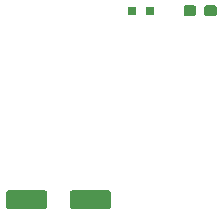
<source format=gbr>
G04 #@! TF.GenerationSoftware,KiCad,Pcbnew,5.0.2+dfsg1-1*
G04 #@! TF.CreationDate,2021-07-01T00:07:39-05:00*
G04 #@! TF.ProjectId,backplane,6261636b-706c-4616-9e65-2e6b69636164,rev?*
G04 #@! TF.SameCoordinates,Original*
G04 #@! TF.FileFunction,Paste,Bot*
G04 #@! TF.FilePolarity,Positive*
%FSLAX46Y46*%
G04 Gerber Fmt 4.6, Leading zero omitted, Abs format (unit mm)*
G04 Created by KiCad (PCBNEW 5.0.2+dfsg1-1) date Thu 01 Jul 2021 12:07:39 AM CDT*
%MOMM*%
%LPD*%
G01*
G04 APERTURE LIST*
%ADD10R,0.800000X0.800000*%
%ADD11C,0.100000*%
%ADD12C,0.950000*%
%ADD13C,1.600000*%
G04 APERTURE END LIST*
D10*
G04 #@! TO.C,D1*
X126750000Y-54000000D03*
X125250000Y-54000000D03*
G04 #@! TD*
D11*
G04 #@! TO.C,R1*
G36*
X130435779Y-53526144D02*
X130458834Y-53529563D01*
X130481443Y-53535227D01*
X130503387Y-53543079D01*
X130524457Y-53553044D01*
X130544448Y-53565026D01*
X130563168Y-53578910D01*
X130580438Y-53594562D01*
X130596090Y-53611832D01*
X130609974Y-53630552D01*
X130621956Y-53650543D01*
X130631921Y-53671613D01*
X130639773Y-53693557D01*
X130645437Y-53716166D01*
X130648856Y-53739221D01*
X130650000Y-53762500D01*
X130650000Y-54237500D01*
X130648856Y-54260779D01*
X130645437Y-54283834D01*
X130639773Y-54306443D01*
X130631921Y-54328387D01*
X130621956Y-54349457D01*
X130609974Y-54369448D01*
X130596090Y-54388168D01*
X130580438Y-54405438D01*
X130563168Y-54421090D01*
X130544448Y-54434974D01*
X130524457Y-54446956D01*
X130503387Y-54456921D01*
X130481443Y-54464773D01*
X130458834Y-54470437D01*
X130435779Y-54473856D01*
X130412500Y-54475000D01*
X129837500Y-54475000D01*
X129814221Y-54473856D01*
X129791166Y-54470437D01*
X129768557Y-54464773D01*
X129746613Y-54456921D01*
X129725543Y-54446956D01*
X129705552Y-54434974D01*
X129686832Y-54421090D01*
X129669562Y-54405438D01*
X129653910Y-54388168D01*
X129640026Y-54369448D01*
X129628044Y-54349457D01*
X129618079Y-54328387D01*
X129610227Y-54306443D01*
X129604563Y-54283834D01*
X129601144Y-54260779D01*
X129600000Y-54237500D01*
X129600000Y-53762500D01*
X129601144Y-53739221D01*
X129604563Y-53716166D01*
X129610227Y-53693557D01*
X129618079Y-53671613D01*
X129628044Y-53650543D01*
X129640026Y-53630552D01*
X129653910Y-53611832D01*
X129669562Y-53594562D01*
X129686832Y-53578910D01*
X129705552Y-53565026D01*
X129725543Y-53553044D01*
X129746613Y-53543079D01*
X129768557Y-53535227D01*
X129791166Y-53529563D01*
X129814221Y-53526144D01*
X129837500Y-53525000D01*
X130412500Y-53525000D01*
X130435779Y-53526144D01*
X130435779Y-53526144D01*
G37*
D12*
X130125000Y-54000000D03*
D11*
G36*
X132185779Y-53526144D02*
X132208834Y-53529563D01*
X132231443Y-53535227D01*
X132253387Y-53543079D01*
X132274457Y-53553044D01*
X132294448Y-53565026D01*
X132313168Y-53578910D01*
X132330438Y-53594562D01*
X132346090Y-53611832D01*
X132359974Y-53630552D01*
X132371956Y-53650543D01*
X132381921Y-53671613D01*
X132389773Y-53693557D01*
X132395437Y-53716166D01*
X132398856Y-53739221D01*
X132400000Y-53762500D01*
X132400000Y-54237500D01*
X132398856Y-54260779D01*
X132395437Y-54283834D01*
X132389773Y-54306443D01*
X132381921Y-54328387D01*
X132371956Y-54349457D01*
X132359974Y-54369448D01*
X132346090Y-54388168D01*
X132330438Y-54405438D01*
X132313168Y-54421090D01*
X132294448Y-54434974D01*
X132274457Y-54446956D01*
X132253387Y-54456921D01*
X132231443Y-54464773D01*
X132208834Y-54470437D01*
X132185779Y-54473856D01*
X132162500Y-54475000D01*
X131587500Y-54475000D01*
X131564221Y-54473856D01*
X131541166Y-54470437D01*
X131518557Y-54464773D01*
X131496613Y-54456921D01*
X131475543Y-54446956D01*
X131455552Y-54434974D01*
X131436832Y-54421090D01*
X131419562Y-54405438D01*
X131403910Y-54388168D01*
X131390026Y-54369448D01*
X131378044Y-54349457D01*
X131368079Y-54328387D01*
X131360227Y-54306443D01*
X131354563Y-54283834D01*
X131351144Y-54260779D01*
X131350000Y-54237500D01*
X131350000Y-53762500D01*
X131351144Y-53739221D01*
X131354563Y-53716166D01*
X131360227Y-53693557D01*
X131368079Y-53671613D01*
X131378044Y-53650543D01*
X131390026Y-53630552D01*
X131403910Y-53611832D01*
X131419562Y-53594562D01*
X131436832Y-53578910D01*
X131455552Y-53565026D01*
X131475543Y-53553044D01*
X131496613Y-53543079D01*
X131518557Y-53535227D01*
X131541166Y-53529563D01*
X131564221Y-53526144D01*
X131587500Y-53525000D01*
X132162500Y-53525000D01*
X132185779Y-53526144D01*
X132185779Y-53526144D01*
G37*
D12*
X131875000Y-54000000D03*
G04 #@! TD*
D11*
G04 #@! TO.C,C1*
G36*
X123224504Y-69201204D02*
X123248773Y-69204804D01*
X123272571Y-69210765D01*
X123295671Y-69219030D01*
X123317849Y-69229520D01*
X123338893Y-69242133D01*
X123358598Y-69256747D01*
X123376777Y-69273223D01*
X123393253Y-69291402D01*
X123407867Y-69311107D01*
X123420480Y-69332151D01*
X123430970Y-69354329D01*
X123439235Y-69377429D01*
X123445196Y-69401227D01*
X123448796Y-69425496D01*
X123450000Y-69450000D01*
X123450000Y-70550000D01*
X123448796Y-70574504D01*
X123445196Y-70598773D01*
X123439235Y-70622571D01*
X123430970Y-70645671D01*
X123420480Y-70667849D01*
X123407867Y-70688893D01*
X123393253Y-70708598D01*
X123376777Y-70726777D01*
X123358598Y-70743253D01*
X123338893Y-70757867D01*
X123317849Y-70770480D01*
X123295671Y-70780970D01*
X123272571Y-70789235D01*
X123248773Y-70795196D01*
X123224504Y-70798796D01*
X123200000Y-70800000D01*
X120200000Y-70800000D01*
X120175496Y-70798796D01*
X120151227Y-70795196D01*
X120127429Y-70789235D01*
X120104329Y-70780970D01*
X120082151Y-70770480D01*
X120061107Y-70757867D01*
X120041402Y-70743253D01*
X120023223Y-70726777D01*
X120006747Y-70708598D01*
X119992133Y-70688893D01*
X119979520Y-70667849D01*
X119969030Y-70645671D01*
X119960765Y-70622571D01*
X119954804Y-70598773D01*
X119951204Y-70574504D01*
X119950000Y-70550000D01*
X119950000Y-69450000D01*
X119951204Y-69425496D01*
X119954804Y-69401227D01*
X119960765Y-69377429D01*
X119969030Y-69354329D01*
X119979520Y-69332151D01*
X119992133Y-69311107D01*
X120006747Y-69291402D01*
X120023223Y-69273223D01*
X120041402Y-69256747D01*
X120061107Y-69242133D01*
X120082151Y-69229520D01*
X120104329Y-69219030D01*
X120127429Y-69210765D01*
X120151227Y-69204804D01*
X120175496Y-69201204D01*
X120200000Y-69200000D01*
X123200000Y-69200000D01*
X123224504Y-69201204D01*
X123224504Y-69201204D01*
G37*
D13*
X121700000Y-70000000D03*
D11*
G36*
X117824504Y-69201204D02*
X117848773Y-69204804D01*
X117872571Y-69210765D01*
X117895671Y-69219030D01*
X117917849Y-69229520D01*
X117938893Y-69242133D01*
X117958598Y-69256747D01*
X117976777Y-69273223D01*
X117993253Y-69291402D01*
X118007867Y-69311107D01*
X118020480Y-69332151D01*
X118030970Y-69354329D01*
X118039235Y-69377429D01*
X118045196Y-69401227D01*
X118048796Y-69425496D01*
X118050000Y-69450000D01*
X118050000Y-70550000D01*
X118048796Y-70574504D01*
X118045196Y-70598773D01*
X118039235Y-70622571D01*
X118030970Y-70645671D01*
X118020480Y-70667849D01*
X118007867Y-70688893D01*
X117993253Y-70708598D01*
X117976777Y-70726777D01*
X117958598Y-70743253D01*
X117938893Y-70757867D01*
X117917849Y-70770480D01*
X117895671Y-70780970D01*
X117872571Y-70789235D01*
X117848773Y-70795196D01*
X117824504Y-70798796D01*
X117800000Y-70800000D01*
X114800000Y-70800000D01*
X114775496Y-70798796D01*
X114751227Y-70795196D01*
X114727429Y-70789235D01*
X114704329Y-70780970D01*
X114682151Y-70770480D01*
X114661107Y-70757867D01*
X114641402Y-70743253D01*
X114623223Y-70726777D01*
X114606747Y-70708598D01*
X114592133Y-70688893D01*
X114579520Y-70667849D01*
X114569030Y-70645671D01*
X114560765Y-70622571D01*
X114554804Y-70598773D01*
X114551204Y-70574504D01*
X114550000Y-70550000D01*
X114550000Y-69450000D01*
X114551204Y-69425496D01*
X114554804Y-69401227D01*
X114560765Y-69377429D01*
X114569030Y-69354329D01*
X114579520Y-69332151D01*
X114592133Y-69311107D01*
X114606747Y-69291402D01*
X114623223Y-69273223D01*
X114641402Y-69256747D01*
X114661107Y-69242133D01*
X114682151Y-69229520D01*
X114704329Y-69219030D01*
X114727429Y-69210765D01*
X114751227Y-69204804D01*
X114775496Y-69201204D01*
X114800000Y-69200000D01*
X117800000Y-69200000D01*
X117824504Y-69201204D01*
X117824504Y-69201204D01*
G37*
D13*
X116300000Y-70000000D03*
G04 #@! TD*
M02*

</source>
